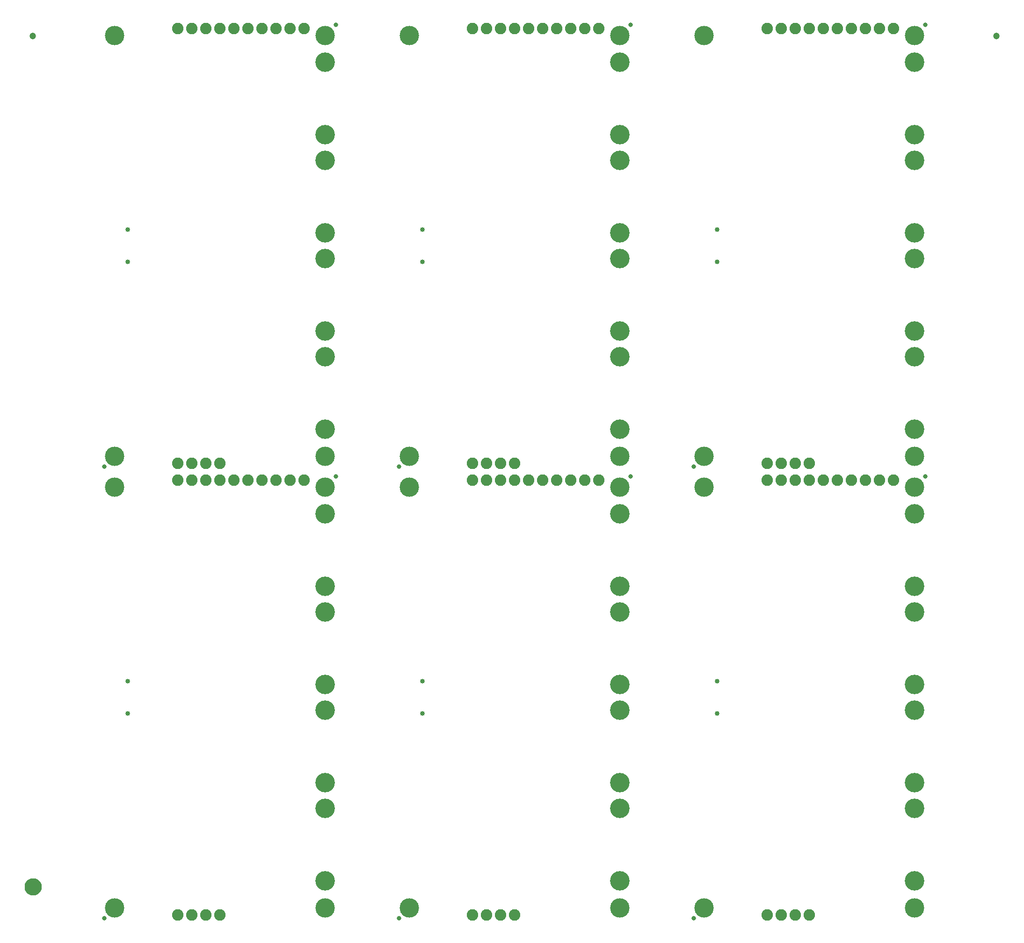
<source format=gbs>
G04 EAGLE Gerber RS-274X export*
G75*
%MOMM*%
%FSLAX34Y34*%
%LPD*%
%INSoldermask Bottom*%
%IPPOS*%
%AMOC8*
5,1,8,0,0,1.08239X$1,22.5*%
G01*
%ADD10C,3.505200*%
%ADD11C,2.082800*%
%ADD12C,0.838200*%
%ADD13C,0.853200*%
%ADD14C,3.530600*%
%ADD15C,1.203200*%
%ADD16C,1.270000*%
%ADD17C,1.703200*%


D10*
X25400Y25400D03*
X25400Y787400D03*
D11*
X139700Y12700D03*
X165100Y12700D03*
X190500Y12700D03*
X215900Y12700D03*
D12*
X425450Y806450D03*
X6350Y6350D03*
D10*
X406400Y25400D03*
X406400Y787400D03*
D13*
X49050Y435300D03*
X49050Y377500D03*
D14*
X406400Y205359D03*
X406400Y74041D03*
X406400Y383159D03*
X406400Y251841D03*
X406400Y560959D03*
X406400Y429641D03*
X406400Y738759D03*
X406400Y607441D03*
D11*
X139700Y800100D03*
X165100Y800100D03*
X190500Y800100D03*
X215900Y800100D03*
X241300Y800100D03*
X266700Y800100D03*
X292100Y800100D03*
X317500Y800100D03*
X342900Y800100D03*
X368300Y800100D03*
D10*
X558800Y25400D03*
X558800Y787400D03*
D11*
X673100Y12700D03*
X698500Y12700D03*
X723900Y12700D03*
X749300Y12700D03*
D12*
X958850Y806450D03*
X539750Y6350D03*
D10*
X939800Y25400D03*
X939800Y787400D03*
D13*
X582450Y435300D03*
X582450Y377500D03*
D14*
X939800Y205359D03*
X939800Y74041D03*
X939800Y383159D03*
X939800Y251841D03*
X939800Y560959D03*
X939800Y429641D03*
X939800Y738759D03*
X939800Y607441D03*
D11*
X673100Y800100D03*
X698500Y800100D03*
X723900Y800100D03*
X749300Y800100D03*
X774700Y800100D03*
X800100Y800100D03*
X825500Y800100D03*
X850900Y800100D03*
X876300Y800100D03*
X901700Y800100D03*
D10*
X1092200Y25400D03*
X1092200Y787400D03*
D11*
X1206500Y12700D03*
X1231900Y12700D03*
X1257300Y12700D03*
X1282700Y12700D03*
D12*
X1492250Y806450D03*
X1073150Y6350D03*
D10*
X1473200Y25400D03*
X1473200Y787400D03*
D13*
X1115850Y435300D03*
X1115850Y377500D03*
D14*
X1473200Y205359D03*
X1473200Y74041D03*
X1473200Y383159D03*
X1473200Y251841D03*
X1473200Y560959D03*
X1473200Y429641D03*
X1473200Y738759D03*
X1473200Y607441D03*
D11*
X1206500Y800100D03*
X1231900Y800100D03*
X1257300Y800100D03*
X1282700Y800100D03*
X1308100Y800100D03*
X1333500Y800100D03*
X1358900Y800100D03*
X1384300Y800100D03*
X1409700Y800100D03*
X1435100Y800100D03*
D10*
X25400Y843280D03*
X25400Y1605280D03*
D11*
X139700Y830580D03*
X165100Y830580D03*
X190500Y830580D03*
X215900Y830580D03*
D12*
X425450Y1624330D03*
X6350Y824230D03*
D10*
X406400Y843280D03*
X406400Y1605280D03*
D13*
X49050Y1253180D03*
X49050Y1195380D03*
D14*
X406400Y1023239D03*
X406400Y891921D03*
X406400Y1201039D03*
X406400Y1069721D03*
X406400Y1378839D03*
X406400Y1247521D03*
X406400Y1556639D03*
X406400Y1425321D03*
D11*
X139700Y1617980D03*
X165100Y1617980D03*
X190500Y1617980D03*
X215900Y1617980D03*
X241300Y1617980D03*
X266700Y1617980D03*
X292100Y1617980D03*
X317500Y1617980D03*
X342900Y1617980D03*
X368300Y1617980D03*
D10*
X558800Y843280D03*
X558800Y1605280D03*
D11*
X673100Y830580D03*
X698500Y830580D03*
X723900Y830580D03*
X749300Y830580D03*
D12*
X958850Y1624330D03*
X539750Y824230D03*
D10*
X939800Y843280D03*
X939800Y1605280D03*
D13*
X582450Y1253180D03*
X582450Y1195380D03*
D14*
X939800Y1023239D03*
X939800Y891921D03*
X939800Y1201039D03*
X939800Y1069721D03*
X939800Y1378839D03*
X939800Y1247521D03*
X939800Y1556639D03*
X939800Y1425321D03*
D11*
X673100Y1617980D03*
X698500Y1617980D03*
X723900Y1617980D03*
X749300Y1617980D03*
X774700Y1617980D03*
X800100Y1617980D03*
X825500Y1617980D03*
X850900Y1617980D03*
X876300Y1617980D03*
X901700Y1617980D03*
D10*
X1092200Y843280D03*
X1092200Y1605280D03*
D11*
X1206500Y830580D03*
X1231900Y830580D03*
X1257300Y830580D03*
X1282700Y830580D03*
D12*
X1492250Y1624330D03*
X1073150Y824230D03*
D10*
X1473200Y843280D03*
X1473200Y1605280D03*
D13*
X1115850Y1253180D03*
X1115850Y1195380D03*
D14*
X1473200Y1023239D03*
X1473200Y891921D03*
X1473200Y1201039D03*
X1473200Y1069721D03*
X1473200Y1378839D03*
X1473200Y1247521D03*
X1473200Y1556639D03*
X1473200Y1425321D03*
D11*
X1206500Y1617980D03*
X1231900Y1617980D03*
X1257300Y1617980D03*
X1282700Y1617980D03*
X1308100Y1617980D03*
X1333500Y1617980D03*
X1358900Y1617980D03*
X1384300Y1617980D03*
X1409700Y1617980D03*
X1435100Y1617980D03*
D15*
X-122758Y1604010D03*
X1621358Y1604010D03*
D16*
X-131813Y63500D02*
X-131810Y63722D01*
X-131802Y63944D01*
X-131788Y64166D01*
X-131769Y64388D01*
X-131745Y64608D01*
X-131715Y64829D01*
X-131680Y65048D01*
X-131639Y65267D01*
X-131593Y65484D01*
X-131542Y65700D01*
X-131485Y65915D01*
X-131423Y66129D01*
X-131356Y66340D01*
X-131284Y66551D01*
X-131206Y66759D01*
X-131124Y66965D01*
X-131036Y67169D01*
X-130944Y67372D01*
X-130846Y67571D01*
X-130744Y67768D01*
X-130637Y67963D01*
X-130525Y68155D01*
X-130408Y68344D01*
X-130287Y68531D01*
X-130161Y68714D01*
X-130031Y68894D01*
X-129896Y69071D01*
X-129758Y69244D01*
X-129615Y69414D01*
X-129467Y69581D01*
X-129316Y69744D01*
X-129161Y69903D01*
X-129002Y70058D01*
X-128839Y70209D01*
X-128672Y70357D01*
X-128502Y70500D01*
X-128329Y70638D01*
X-128152Y70773D01*
X-127972Y70903D01*
X-127789Y71029D01*
X-127602Y71150D01*
X-127413Y71267D01*
X-127221Y71379D01*
X-127026Y71486D01*
X-126829Y71588D01*
X-126630Y71686D01*
X-126427Y71778D01*
X-126223Y71866D01*
X-126017Y71948D01*
X-125809Y72026D01*
X-125598Y72098D01*
X-125387Y72165D01*
X-125173Y72227D01*
X-124958Y72284D01*
X-124742Y72335D01*
X-124525Y72381D01*
X-124306Y72422D01*
X-124087Y72457D01*
X-123866Y72487D01*
X-123646Y72511D01*
X-123424Y72530D01*
X-123202Y72544D01*
X-122980Y72552D01*
X-122758Y72555D01*
X-122536Y72552D01*
X-122314Y72544D01*
X-122092Y72530D01*
X-121870Y72511D01*
X-121650Y72487D01*
X-121429Y72457D01*
X-121210Y72422D01*
X-120991Y72381D01*
X-120774Y72335D01*
X-120558Y72284D01*
X-120343Y72227D01*
X-120129Y72165D01*
X-119918Y72098D01*
X-119707Y72026D01*
X-119499Y71948D01*
X-119293Y71866D01*
X-119089Y71778D01*
X-118886Y71686D01*
X-118687Y71588D01*
X-118490Y71486D01*
X-118295Y71379D01*
X-118103Y71267D01*
X-117914Y71150D01*
X-117727Y71029D01*
X-117544Y70903D01*
X-117364Y70773D01*
X-117187Y70638D01*
X-117014Y70500D01*
X-116844Y70357D01*
X-116677Y70209D01*
X-116514Y70058D01*
X-116355Y69903D01*
X-116200Y69744D01*
X-116049Y69581D01*
X-115901Y69414D01*
X-115758Y69244D01*
X-115620Y69071D01*
X-115485Y68894D01*
X-115355Y68714D01*
X-115229Y68531D01*
X-115108Y68344D01*
X-114991Y68155D01*
X-114879Y67963D01*
X-114772Y67768D01*
X-114670Y67571D01*
X-114572Y67372D01*
X-114480Y67169D01*
X-114392Y66965D01*
X-114310Y66759D01*
X-114232Y66551D01*
X-114160Y66340D01*
X-114093Y66129D01*
X-114031Y65915D01*
X-113974Y65700D01*
X-113923Y65484D01*
X-113877Y65267D01*
X-113836Y65048D01*
X-113801Y64829D01*
X-113771Y64608D01*
X-113747Y64388D01*
X-113728Y64166D01*
X-113714Y63944D01*
X-113706Y63722D01*
X-113703Y63500D01*
X-113706Y63278D01*
X-113714Y63056D01*
X-113728Y62834D01*
X-113747Y62612D01*
X-113771Y62392D01*
X-113801Y62171D01*
X-113836Y61952D01*
X-113877Y61733D01*
X-113923Y61516D01*
X-113974Y61300D01*
X-114031Y61085D01*
X-114093Y60871D01*
X-114160Y60660D01*
X-114232Y60449D01*
X-114310Y60241D01*
X-114392Y60035D01*
X-114480Y59831D01*
X-114572Y59628D01*
X-114670Y59429D01*
X-114772Y59232D01*
X-114879Y59037D01*
X-114991Y58845D01*
X-115108Y58656D01*
X-115229Y58469D01*
X-115355Y58286D01*
X-115485Y58106D01*
X-115620Y57929D01*
X-115758Y57756D01*
X-115901Y57586D01*
X-116049Y57419D01*
X-116200Y57256D01*
X-116355Y57097D01*
X-116514Y56942D01*
X-116677Y56791D01*
X-116844Y56643D01*
X-117014Y56500D01*
X-117187Y56362D01*
X-117364Y56227D01*
X-117544Y56097D01*
X-117727Y55971D01*
X-117914Y55850D01*
X-118103Y55733D01*
X-118295Y55621D01*
X-118490Y55514D01*
X-118687Y55412D01*
X-118886Y55314D01*
X-119089Y55222D01*
X-119293Y55134D01*
X-119499Y55052D01*
X-119707Y54974D01*
X-119918Y54902D01*
X-120129Y54835D01*
X-120343Y54773D01*
X-120558Y54716D01*
X-120774Y54665D01*
X-120991Y54619D01*
X-121210Y54578D01*
X-121429Y54543D01*
X-121650Y54513D01*
X-121870Y54489D01*
X-122092Y54470D01*
X-122314Y54456D01*
X-122536Y54448D01*
X-122758Y54445D01*
X-122980Y54448D01*
X-123202Y54456D01*
X-123424Y54470D01*
X-123646Y54489D01*
X-123866Y54513D01*
X-124087Y54543D01*
X-124306Y54578D01*
X-124525Y54619D01*
X-124742Y54665D01*
X-124958Y54716D01*
X-125173Y54773D01*
X-125387Y54835D01*
X-125598Y54902D01*
X-125809Y54974D01*
X-126017Y55052D01*
X-126223Y55134D01*
X-126427Y55222D01*
X-126630Y55314D01*
X-126829Y55412D01*
X-127026Y55514D01*
X-127221Y55621D01*
X-127413Y55733D01*
X-127602Y55850D01*
X-127789Y55971D01*
X-127972Y56097D01*
X-128152Y56227D01*
X-128329Y56362D01*
X-128502Y56500D01*
X-128672Y56643D01*
X-128839Y56791D01*
X-129002Y56942D01*
X-129161Y57097D01*
X-129316Y57256D01*
X-129467Y57419D01*
X-129615Y57586D01*
X-129758Y57756D01*
X-129896Y57929D01*
X-130031Y58106D01*
X-130161Y58286D01*
X-130287Y58469D01*
X-130408Y58656D01*
X-130525Y58845D01*
X-130637Y59037D01*
X-130744Y59232D01*
X-130846Y59429D01*
X-130944Y59628D01*
X-131036Y59831D01*
X-131124Y60035D01*
X-131206Y60241D01*
X-131284Y60449D01*
X-131356Y60660D01*
X-131423Y60871D01*
X-131485Y61085D01*
X-131542Y61300D01*
X-131593Y61516D01*
X-131639Y61733D01*
X-131680Y61952D01*
X-131715Y62171D01*
X-131745Y62392D01*
X-131769Y62612D01*
X-131788Y62834D01*
X-131802Y63056D01*
X-131810Y63278D01*
X-131813Y63500D01*
D17*
X-122758Y63500D03*
M02*

</source>
